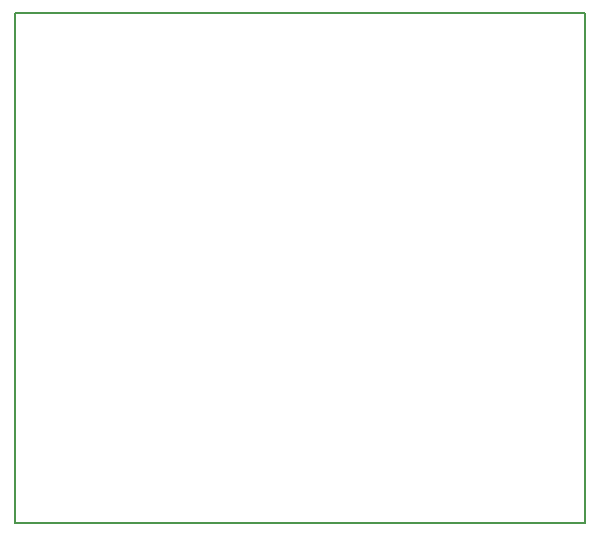
<source format=gbr>
%TF.GenerationSoftware,Novarm,DipTrace,3.3.0.1*%
%TF.CreationDate,2018-11-14T10:13:05-08:00*%
%FSLAX26Y26*%
%MOIN*%
%TF.FileFunction,Profile*%
%TF.Part,Single*%
%ADD11C,0.005512*%
G75*
G01*
%LPD*%
X393700Y2093700D2*
D11*
X2293249Y2093480D1*
X2293700Y393700D1*
X393700D1*
Y2093700D1*
M02*

</source>
